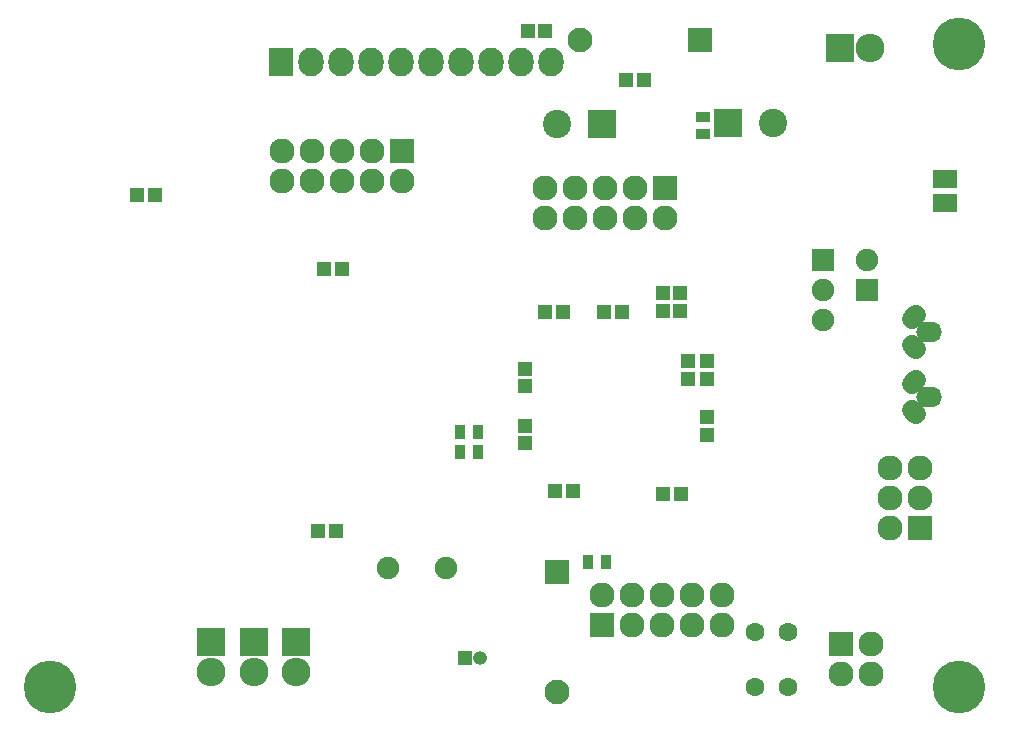
<source format=gbr>
G04 #@! TF.FileFunction,Soldermask,Bot*
%FSLAX46Y46*%
G04 Gerber Fmt 4.6, Leading zero omitted, Abs format (unit mm)*
G04 Created by KiCad (PCBNEW (2015-08-05 BZR 6055, Git fa29c62)-product) date 10/03/2016 14:30:23*
%MOMM*%
G01*
G04 APERTURE LIST*
%ADD10C,0.100000*%
%ADD11C,4.464000*%
%ADD12R,2.127200X2.127200*%
%ADD13O,2.127200X2.127200*%
%ADD14R,1.200000X1.150000*%
%ADD15O,2.200860X1.700480*%
%ADD16C,1.700480*%
%ADD17C,1.901140*%
%ADD18R,1.150000X1.200000*%
%ADD19C,2.099260*%
%ADD20R,2.099260X2.099260*%
%ADD21R,2.127200X2.432000*%
%ADD22O,2.127200X2.432000*%
%ADD23R,0.900000X1.300000*%
%ADD24R,1.900000X1.900000*%
%ADD25C,1.900000*%
%ADD26R,2.432000X2.432000*%
%ADD27O,2.432000X2.432000*%
%ADD28C,1.600000*%
%ADD29C,2.398980*%
%ADD30R,2.398980X2.398980*%
%ADD31R,2.000000X1.600000*%
%ADD32R,1.300000X0.900000*%
%ADD33R,1.200000X1.200000*%
%ADD34O,1.200000X1.200000*%
G04 APERTURE END LIST*
D10*
D11*
X141287500Y-161671000D03*
X64389000Y-161671000D03*
X141287500Y-107188000D03*
D12*
X116459000Y-119443500D03*
D13*
X116459000Y-121983500D03*
X113919000Y-119443500D03*
X113919000Y-121983500D03*
X111379000Y-119443500D03*
X111379000Y-121983500D03*
X108839000Y-119443500D03*
X108839000Y-121983500D03*
X106299000Y-119443500D03*
X106299000Y-121983500D03*
D14*
X116217000Y-128270000D03*
X117717000Y-128270000D03*
D12*
X94170500Y-116268500D03*
D13*
X94170500Y-118808500D03*
X91630500Y-116268500D03*
X91630500Y-118808500D03*
X89090500Y-116268500D03*
X89090500Y-118808500D03*
X86550500Y-116268500D03*
X86550500Y-118808500D03*
X84010500Y-116268500D03*
X84010500Y-118808500D03*
D15*
X138747500Y-137096500D03*
D16*
X137654411Y-135649589D02*
X137300589Y-136003411D01*
X137300589Y-138189589D02*
X137654411Y-138543411D01*
D17*
X97881440Y-151574500D03*
X92999560Y-151574500D03*
D14*
X116217000Y-129857500D03*
X117717000Y-129857500D03*
D18*
X119951500Y-134060500D03*
X119951500Y-135560500D03*
D14*
X87070500Y-148463000D03*
X88570500Y-148463000D03*
X104787000Y-106108500D03*
X106287000Y-106108500D03*
X73203500Y-120015000D03*
X71703500Y-120015000D03*
X89078500Y-126238000D03*
X87578500Y-126238000D03*
X111264000Y-129921000D03*
X112764000Y-129921000D03*
X106247500Y-129921000D03*
X107747500Y-129921000D03*
D18*
X104584500Y-136195500D03*
X104584500Y-134695500D03*
X104584500Y-141021500D03*
X104584500Y-139521500D03*
D14*
X108636500Y-145097500D03*
X107136500Y-145097500D03*
X117780500Y-145288000D03*
X116280500Y-145288000D03*
D18*
X120015000Y-140323000D03*
X120015000Y-138823000D03*
X118364000Y-134060500D03*
X118364000Y-135560500D03*
D19*
X107317540Y-162052520D03*
D20*
X107317540Y-151892520D03*
D12*
X131318000Y-157988000D03*
D13*
X133858000Y-157988000D03*
X131318000Y-160528000D03*
X133858000Y-160528000D03*
D12*
X138049000Y-148209000D03*
D13*
X135509000Y-148209000D03*
X138049000Y-145669000D03*
X135509000Y-145669000D03*
X138049000Y-143129000D03*
X135509000Y-143129000D03*
D12*
X111125000Y-156400500D03*
D13*
X111125000Y-153860500D03*
X113665000Y-156400500D03*
X113665000Y-153860500D03*
X116205000Y-156400500D03*
X116205000Y-153860500D03*
X118745000Y-156400500D03*
X118745000Y-153860500D03*
X121285000Y-156400500D03*
X121285000Y-153860500D03*
D21*
X83883500Y-108712000D03*
D22*
X86423500Y-108712000D03*
X88963500Y-108712000D03*
X91503500Y-108712000D03*
X94043500Y-108712000D03*
X96583500Y-108712000D03*
X99123500Y-108712000D03*
X101663500Y-108712000D03*
X104203500Y-108712000D03*
X106743500Y-108712000D03*
D23*
X109930500Y-151066500D03*
X111430500Y-151066500D03*
X99072000Y-140081000D03*
X100572000Y-140081000D03*
X99072000Y-141795500D03*
X100572000Y-141795500D03*
D24*
X129809240Y-125534420D03*
D25*
X129809240Y-128074420D03*
X129809240Y-130614420D03*
D24*
X133497320Y-128076960D03*
D25*
X133497320Y-125536960D03*
D26*
X85200000Y-157800000D03*
D27*
X85200000Y-160340000D03*
D26*
X81600000Y-157800000D03*
D27*
X81600000Y-160340000D03*
D26*
X78000000Y-157800000D03*
D27*
X78000000Y-160340000D03*
D28*
X126876000Y-161621500D03*
X124076000Y-161621500D03*
X126876000Y-157021500D03*
X124076000Y-157021500D03*
D15*
X138747500Y-131572000D03*
D16*
X137654411Y-130125089D02*
X137300589Y-130478911D01*
X137300589Y-132665089D02*
X137654411Y-133018911D01*
D14*
X113105500Y-110299500D03*
X114605500Y-110299500D03*
D19*
X109219480Y-106867960D03*
D20*
X119379480Y-106867960D03*
D29*
X125539500Y-113919000D03*
D30*
X121729500Y-113919000D03*
D29*
X107251500Y-113982500D03*
D30*
X111061500Y-113982500D03*
D31*
X140144500Y-118634000D03*
X140144500Y-120634000D03*
D32*
X119634000Y-114859500D03*
X119634000Y-113359500D03*
D26*
X131254500Y-107569000D03*
D27*
X133794500Y-107569000D03*
D33*
X99504500Y-159194500D03*
D34*
X100754500Y-159194500D03*
M02*

</source>
